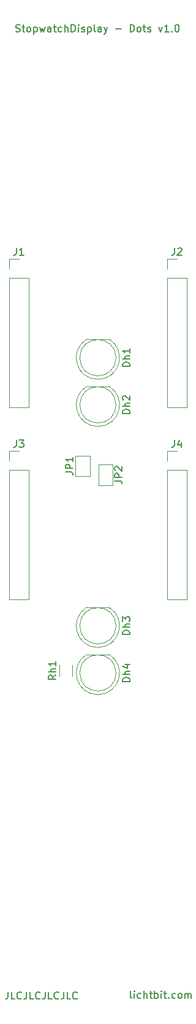
<source format=gbr>
%TF.GenerationSoftware,KiCad,Pcbnew,5.1.7-a382d34a8~87~ubuntu20.04.1*%
%TF.CreationDate,2020-10-21T10:00:52+02:00*%
%TF.ProjectId,7segment_part,37736567-6d65-46e7-945f-706172742e6b,rev?*%
%TF.SameCoordinates,Original*%
%TF.FileFunction,Legend,Top*%
%TF.FilePolarity,Positive*%
%FSLAX46Y46*%
G04 Gerber Fmt 4.6, Leading zero omitted, Abs format (unit mm)*
G04 Created by KiCad (PCBNEW 5.1.7-a382d34a8~87~ubuntu20.04.1) date 2020-10-21 10:00:52*
%MOMM*%
%LPD*%
G01*
G04 APERTURE LIST*
%ADD10C,0.150000*%
%ADD11C,0.120000*%
G04 APERTURE END LIST*
D10*
X158068785Y-26249261D02*
X158211642Y-26296880D01*
X158449738Y-26296880D01*
X158544976Y-26249261D01*
X158592595Y-26201642D01*
X158640214Y-26106404D01*
X158640214Y-26011166D01*
X158592595Y-25915928D01*
X158544976Y-25868309D01*
X158449738Y-25820690D01*
X158259261Y-25773071D01*
X158164023Y-25725452D01*
X158116404Y-25677833D01*
X158068785Y-25582595D01*
X158068785Y-25487357D01*
X158116404Y-25392119D01*
X158164023Y-25344500D01*
X158259261Y-25296880D01*
X158497357Y-25296880D01*
X158640214Y-25344500D01*
X158925928Y-25630214D02*
X159306880Y-25630214D01*
X159068785Y-25296880D02*
X159068785Y-26154023D01*
X159116404Y-26249261D01*
X159211642Y-26296880D01*
X159306880Y-26296880D01*
X159783071Y-26296880D02*
X159687833Y-26249261D01*
X159640214Y-26201642D01*
X159592595Y-26106404D01*
X159592595Y-25820690D01*
X159640214Y-25725452D01*
X159687833Y-25677833D01*
X159783071Y-25630214D01*
X159925928Y-25630214D01*
X160021166Y-25677833D01*
X160068785Y-25725452D01*
X160116404Y-25820690D01*
X160116404Y-26106404D01*
X160068785Y-26201642D01*
X160021166Y-26249261D01*
X159925928Y-26296880D01*
X159783071Y-26296880D01*
X160544976Y-25630214D02*
X160544976Y-26630214D01*
X160544976Y-25677833D02*
X160640214Y-25630214D01*
X160830690Y-25630214D01*
X160925928Y-25677833D01*
X160973547Y-25725452D01*
X161021166Y-25820690D01*
X161021166Y-26106404D01*
X160973547Y-26201642D01*
X160925928Y-26249261D01*
X160830690Y-26296880D01*
X160640214Y-26296880D01*
X160544976Y-26249261D01*
X161354500Y-25630214D02*
X161544976Y-26296880D01*
X161735452Y-25820690D01*
X161925928Y-26296880D01*
X162116404Y-25630214D01*
X162925928Y-26296880D02*
X162925928Y-25773071D01*
X162878309Y-25677833D01*
X162783071Y-25630214D01*
X162592595Y-25630214D01*
X162497357Y-25677833D01*
X162925928Y-26249261D02*
X162830690Y-26296880D01*
X162592595Y-26296880D01*
X162497357Y-26249261D01*
X162449738Y-26154023D01*
X162449738Y-26058785D01*
X162497357Y-25963547D01*
X162592595Y-25915928D01*
X162830690Y-25915928D01*
X162925928Y-25868309D01*
X163259261Y-25630214D02*
X163640214Y-25630214D01*
X163402119Y-25296880D02*
X163402119Y-26154023D01*
X163449738Y-26249261D01*
X163544976Y-26296880D01*
X163640214Y-26296880D01*
X164402119Y-26249261D02*
X164306880Y-26296880D01*
X164116404Y-26296880D01*
X164021166Y-26249261D01*
X163973547Y-26201642D01*
X163925928Y-26106404D01*
X163925928Y-25820690D01*
X163973547Y-25725452D01*
X164021166Y-25677833D01*
X164116404Y-25630214D01*
X164306880Y-25630214D01*
X164402119Y-25677833D01*
X164830690Y-26296880D02*
X164830690Y-25296880D01*
X165259261Y-26296880D02*
X165259261Y-25773071D01*
X165211642Y-25677833D01*
X165116404Y-25630214D01*
X164973547Y-25630214D01*
X164878309Y-25677833D01*
X164830690Y-25725452D01*
X165735452Y-26296880D02*
X165735452Y-25296880D01*
X165973547Y-25296880D01*
X166116404Y-25344500D01*
X166211642Y-25439738D01*
X166259261Y-25534976D01*
X166306880Y-25725452D01*
X166306880Y-25868309D01*
X166259261Y-26058785D01*
X166211642Y-26154023D01*
X166116404Y-26249261D01*
X165973547Y-26296880D01*
X165735452Y-26296880D01*
X166735452Y-26296880D02*
X166735452Y-25630214D01*
X166735452Y-25296880D02*
X166687833Y-25344500D01*
X166735452Y-25392119D01*
X166783071Y-25344500D01*
X166735452Y-25296880D01*
X166735452Y-25392119D01*
X167164023Y-26249261D02*
X167259261Y-26296880D01*
X167449738Y-26296880D01*
X167544976Y-26249261D01*
X167592595Y-26154023D01*
X167592595Y-26106404D01*
X167544976Y-26011166D01*
X167449738Y-25963547D01*
X167306880Y-25963547D01*
X167211642Y-25915928D01*
X167164023Y-25820690D01*
X167164023Y-25773071D01*
X167211642Y-25677833D01*
X167306880Y-25630214D01*
X167449738Y-25630214D01*
X167544976Y-25677833D01*
X168021166Y-25630214D02*
X168021166Y-26630214D01*
X168021166Y-25677833D02*
X168116404Y-25630214D01*
X168306880Y-25630214D01*
X168402119Y-25677833D01*
X168449738Y-25725452D01*
X168497357Y-25820690D01*
X168497357Y-26106404D01*
X168449738Y-26201642D01*
X168402119Y-26249261D01*
X168306880Y-26296880D01*
X168116404Y-26296880D01*
X168021166Y-26249261D01*
X169068785Y-26296880D02*
X168973547Y-26249261D01*
X168925928Y-26154023D01*
X168925928Y-25296880D01*
X169878309Y-26296880D02*
X169878309Y-25773071D01*
X169830690Y-25677833D01*
X169735452Y-25630214D01*
X169544976Y-25630214D01*
X169449738Y-25677833D01*
X169878309Y-26249261D02*
X169783071Y-26296880D01*
X169544976Y-26296880D01*
X169449738Y-26249261D01*
X169402119Y-26154023D01*
X169402119Y-26058785D01*
X169449738Y-25963547D01*
X169544976Y-25915928D01*
X169783071Y-25915928D01*
X169878309Y-25868309D01*
X170259261Y-25630214D02*
X170497357Y-26296880D01*
X170735452Y-25630214D02*
X170497357Y-26296880D01*
X170402119Y-26534976D01*
X170354500Y-26582595D01*
X170259261Y-26630214D01*
X171878309Y-25915928D02*
X172640214Y-25915928D01*
X173878309Y-26296880D02*
X173878309Y-25296880D01*
X174116404Y-25296880D01*
X174259261Y-25344500D01*
X174354500Y-25439738D01*
X174402119Y-25534976D01*
X174449738Y-25725452D01*
X174449738Y-25868309D01*
X174402119Y-26058785D01*
X174354500Y-26154023D01*
X174259261Y-26249261D01*
X174116404Y-26296880D01*
X173878309Y-26296880D01*
X175021166Y-26296880D02*
X174925928Y-26249261D01*
X174878309Y-26201642D01*
X174830690Y-26106404D01*
X174830690Y-25820690D01*
X174878309Y-25725452D01*
X174925928Y-25677833D01*
X175021166Y-25630214D01*
X175164023Y-25630214D01*
X175259261Y-25677833D01*
X175306880Y-25725452D01*
X175354500Y-25820690D01*
X175354500Y-26106404D01*
X175306880Y-26201642D01*
X175259261Y-26249261D01*
X175164023Y-26296880D01*
X175021166Y-26296880D01*
X175640214Y-25630214D02*
X176021166Y-25630214D01*
X175783071Y-25296880D02*
X175783071Y-26154023D01*
X175830690Y-26249261D01*
X175925928Y-26296880D01*
X176021166Y-26296880D01*
X176306880Y-26249261D02*
X176402119Y-26296880D01*
X176592595Y-26296880D01*
X176687833Y-26249261D01*
X176735452Y-26154023D01*
X176735452Y-26106404D01*
X176687833Y-26011166D01*
X176592595Y-25963547D01*
X176449738Y-25963547D01*
X176354500Y-25915928D01*
X176306880Y-25820690D01*
X176306880Y-25773071D01*
X176354500Y-25677833D01*
X176449738Y-25630214D01*
X176592595Y-25630214D01*
X176687833Y-25677833D01*
X177830690Y-25630214D02*
X178068785Y-26296880D01*
X178306880Y-25630214D01*
X179211642Y-26296880D02*
X178640214Y-26296880D01*
X178925928Y-26296880D02*
X178925928Y-25296880D01*
X178830690Y-25439738D01*
X178735452Y-25534976D01*
X178640214Y-25582595D01*
X179640214Y-26201642D02*
X179687833Y-26249261D01*
X179640214Y-26296880D01*
X179592595Y-26249261D01*
X179640214Y-26201642D01*
X179640214Y-26296880D01*
X180306880Y-25296880D02*
X180402119Y-25296880D01*
X180497357Y-25344500D01*
X180544976Y-25392119D01*
X180592595Y-25487357D01*
X180640214Y-25677833D01*
X180640214Y-25915928D01*
X180592595Y-26106404D01*
X180544976Y-26201642D01*
X180497357Y-26249261D01*
X180402119Y-26296880D01*
X180306880Y-26296880D01*
X180211642Y-26249261D01*
X180164023Y-26201642D01*
X180116404Y-26106404D01*
X180068785Y-25915928D01*
X180068785Y-25677833D01*
X180116404Y-25487357D01*
X180164023Y-25392119D01*
X180211642Y-25344500D01*
X180306880Y-25296880D01*
X174069880Y-159646880D02*
X173974642Y-159599261D01*
X173927023Y-159504023D01*
X173927023Y-158646880D01*
X174450833Y-159646880D02*
X174450833Y-158980214D01*
X174450833Y-158646880D02*
X174403214Y-158694500D01*
X174450833Y-158742119D01*
X174498452Y-158694500D01*
X174450833Y-158646880D01*
X174450833Y-158742119D01*
X175355595Y-159599261D02*
X175260357Y-159646880D01*
X175069880Y-159646880D01*
X174974642Y-159599261D01*
X174927023Y-159551642D01*
X174879404Y-159456404D01*
X174879404Y-159170690D01*
X174927023Y-159075452D01*
X174974642Y-159027833D01*
X175069880Y-158980214D01*
X175260357Y-158980214D01*
X175355595Y-159027833D01*
X175784166Y-159646880D02*
X175784166Y-158646880D01*
X176212738Y-159646880D02*
X176212738Y-159123071D01*
X176165119Y-159027833D01*
X176069880Y-158980214D01*
X175927023Y-158980214D01*
X175831785Y-159027833D01*
X175784166Y-159075452D01*
X176546071Y-158980214D02*
X176927023Y-158980214D01*
X176688928Y-158646880D02*
X176688928Y-159504023D01*
X176736547Y-159599261D01*
X176831785Y-159646880D01*
X176927023Y-159646880D01*
X177260357Y-159646880D02*
X177260357Y-158646880D01*
X177260357Y-159027833D02*
X177355595Y-158980214D01*
X177546071Y-158980214D01*
X177641309Y-159027833D01*
X177688928Y-159075452D01*
X177736547Y-159170690D01*
X177736547Y-159456404D01*
X177688928Y-159551642D01*
X177641309Y-159599261D01*
X177546071Y-159646880D01*
X177355595Y-159646880D01*
X177260357Y-159599261D01*
X178165119Y-159646880D02*
X178165119Y-158980214D01*
X178165119Y-158646880D02*
X178117500Y-158694500D01*
X178165119Y-158742119D01*
X178212738Y-158694500D01*
X178165119Y-158646880D01*
X178165119Y-158742119D01*
X178498452Y-158980214D02*
X178879404Y-158980214D01*
X178641309Y-158646880D02*
X178641309Y-159504023D01*
X178688928Y-159599261D01*
X178784166Y-159646880D01*
X178879404Y-159646880D01*
X179212738Y-159551642D02*
X179260357Y-159599261D01*
X179212738Y-159646880D01*
X179165119Y-159599261D01*
X179212738Y-159551642D01*
X179212738Y-159646880D01*
X180117500Y-159599261D02*
X180022261Y-159646880D01*
X179831785Y-159646880D01*
X179736547Y-159599261D01*
X179688928Y-159551642D01*
X179641309Y-159456404D01*
X179641309Y-159170690D01*
X179688928Y-159075452D01*
X179736547Y-159027833D01*
X179831785Y-158980214D01*
X180022261Y-158980214D01*
X180117500Y-159027833D01*
X180688928Y-159646880D02*
X180593690Y-159599261D01*
X180546071Y-159551642D01*
X180498452Y-159456404D01*
X180498452Y-159170690D01*
X180546071Y-159075452D01*
X180593690Y-159027833D01*
X180688928Y-158980214D01*
X180831785Y-158980214D01*
X180927023Y-159027833D01*
X180974642Y-159075452D01*
X181022261Y-159170690D01*
X181022261Y-159456404D01*
X180974642Y-159551642D01*
X180927023Y-159599261D01*
X180831785Y-159646880D01*
X180688928Y-159646880D01*
X181450833Y-159646880D02*
X181450833Y-158980214D01*
X181450833Y-159075452D02*
X181498452Y-159027833D01*
X181593690Y-158980214D01*
X181736547Y-158980214D01*
X181831785Y-159027833D01*
X181879404Y-159123071D01*
X181879404Y-159646880D01*
X181879404Y-159123071D02*
X181927023Y-159027833D01*
X182022261Y-158980214D01*
X182165119Y-158980214D01*
X182260357Y-159027833D01*
X182307976Y-159123071D01*
X182307976Y-159646880D01*
X156988452Y-158773880D02*
X156988452Y-159488166D01*
X156940833Y-159631023D01*
X156845595Y-159726261D01*
X156702738Y-159773880D01*
X156607500Y-159773880D01*
X157940833Y-159773880D02*
X157464642Y-159773880D01*
X157464642Y-158773880D01*
X158845595Y-159678642D02*
X158797976Y-159726261D01*
X158655119Y-159773880D01*
X158559880Y-159773880D01*
X158417023Y-159726261D01*
X158321785Y-159631023D01*
X158274166Y-159535785D01*
X158226547Y-159345309D01*
X158226547Y-159202452D01*
X158274166Y-159011976D01*
X158321785Y-158916738D01*
X158417023Y-158821500D01*
X158559880Y-158773880D01*
X158655119Y-158773880D01*
X158797976Y-158821500D01*
X158845595Y-158869119D01*
X159559880Y-158773880D02*
X159559880Y-159488166D01*
X159512261Y-159631023D01*
X159417023Y-159726261D01*
X159274166Y-159773880D01*
X159178928Y-159773880D01*
X160512261Y-159773880D02*
X160036071Y-159773880D01*
X160036071Y-158773880D01*
X161417023Y-159678642D02*
X161369404Y-159726261D01*
X161226547Y-159773880D01*
X161131309Y-159773880D01*
X160988452Y-159726261D01*
X160893214Y-159631023D01*
X160845595Y-159535785D01*
X160797976Y-159345309D01*
X160797976Y-159202452D01*
X160845595Y-159011976D01*
X160893214Y-158916738D01*
X160988452Y-158821500D01*
X161131309Y-158773880D01*
X161226547Y-158773880D01*
X161369404Y-158821500D01*
X161417023Y-158869119D01*
X162131309Y-158773880D02*
X162131309Y-159488166D01*
X162083690Y-159631023D01*
X161988452Y-159726261D01*
X161845595Y-159773880D01*
X161750357Y-159773880D01*
X163083690Y-159773880D02*
X162607500Y-159773880D01*
X162607500Y-158773880D01*
X163988452Y-159678642D02*
X163940833Y-159726261D01*
X163797976Y-159773880D01*
X163702738Y-159773880D01*
X163559880Y-159726261D01*
X163464642Y-159631023D01*
X163417023Y-159535785D01*
X163369404Y-159345309D01*
X163369404Y-159202452D01*
X163417023Y-159011976D01*
X163464642Y-158916738D01*
X163559880Y-158821500D01*
X163702738Y-158773880D01*
X163797976Y-158773880D01*
X163940833Y-158821500D01*
X163988452Y-158869119D01*
X164702738Y-158773880D02*
X164702738Y-159488166D01*
X164655119Y-159631023D01*
X164559880Y-159726261D01*
X164417023Y-159773880D01*
X164321785Y-159773880D01*
X165655119Y-159773880D02*
X165178928Y-159773880D01*
X165178928Y-158773880D01*
X166559880Y-159678642D02*
X166512261Y-159726261D01*
X166369404Y-159773880D01*
X166274166Y-159773880D01*
X166131309Y-159726261D01*
X166036071Y-159631023D01*
X165988452Y-159535785D01*
X165940833Y-159345309D01*
X165940833Y-159202452D01*
X165988452Y-159011976D01*
X166036071Y-158916738D01*
X166131309Y-158821500D01*
X166274166Y-158773880D01*
X166369404Y-158773880D01*
X166512261Y-158821500D01*
X166559880Y-158869119D01*
D11*
%TO.C,Dh2*%
X170963000Y-75210000D02*
X167873000Y-75210000D01*
X171918000Y-77770000D02*
G75*
G03*
X171918000Y-77770000I-2500000J0D01*
G01*
X169418462Y-80760000D02*
G75*
G02*
X167873170Y-75210000I-462J2990000D01*
G01*
X169417538Y-80760000D02*
G75*
G03*
X170962830Y-75210000I462J2990000D01*
G01*
%TO.C,Rh1*%
X164063000Y-115180064D02*
X164063000Y-113725936D01*
X165883000Y-115180064D02*
X165883000Y-113725936D01*
%TO.C,JP2*%
X169497500Y-86039500D02*
X171497500Y-86039500D01*
X169497500Y-88839500D02*
X169497500Y-86039500D01*
X171497500Y-88839500D02*
X169497500Y-88839500D01*
X171497500Y-86039500D02*
X171497500Y-88839500D01*
%TO.C,JP1*%
X168322500Y-87584500D02*
X166322500Y-87584500D01*
X168322500Y-84784500D02*
X168322500Y-87584500D01*
X166322500Y-84784500D02*
X168322500Y-84784500D01*
X166322500Y-87584500D02*
X166322500Y-84784500D01*
%TO.C,J4*%
X179010000Y-104610000D02*
X181670000Y-104610000D01*
X179010000Y-86770000D02*
X179010000Y-104610000D01*
X181670000Y-86770000D02*
X181670000Y-104610000D01*
X179010000Y-86770000D02*
X181670000Y-86770000D01*
X179010000Y-85500000D02*
X179010000Y-84170000D01*
X179010000Y-84170000D02*
X180340000Y-84170000D01*
%TO.C,J2*%
X179010000Y-57670000D02*
X180340000Y-57670000D01*
X179010000Y-59000000D02*
X179010000Y-57670000D01*
X179010000Y-60270000D02*
X181670000Y-60270000D01*
X181670000Y-60270000D02*
X181670000Y-78110000D01*
X179010000Y-60270000D02*
X179010000Y-78110000D01*
X179010000Y-78110000D02*
X181670000Y-78110000D01*
%TO.C,Dh4*%
X170963000Y-112210000D02*
X167873000Y-112210000D01*
X171918000Y-114770000D02*
G75*
G03*
X171918000Y-114770000I-2500000J0D01*
G01*
X169418462Y-117760000D02*
G75*
G02*
X167873170Y-112210000I-462J2990000D01*
G01*
X169417538Y-117760000D02*
G75*
G03*
X170962830Y-112210000I462J2990000D01*
G01*
%TO.C,Dh3*%
X170963000Y-105710000D02*
X167873000Y-105710000D01*
X171918000Y-108270000D02*
G75*
G03*
X171918000Y-108270000I-2500000J0D01*
G01*
X169418462Y-111260000D02*
G75*
G02*
X167873170Y-105710000I-462J2990000D01*
G01*
X169417538Y-111260000D02*
G75*
G03*
X170962830Y-105710000I462J2990000D01*
G01*
%TO.C,Dh1*%
X170963000Y-68710000D02*
X167873000Y-68710000D01*
X171918000Y-71270000D02*
G75*
G03*
X171918000Y-71270000I-2500000J0D01*
G01*
X169418462Y-74260000D02*
G75*
G02*
X167873170Y-68710000I-462J2990000D01*
G01*
X169417538Y-74260000D02*
G75*
G03*
X170962830Y-68710000I462J2990000D01*
G01*
%TO.C,J3*%
X157166000Y-84170000D02*
X158496000Y-84170000D01*
X157166000Y-85500000D02*
X157166000Y-84170000D01*
X157166000Y-86770000D02*
X159826000Y-86770000D01*
X159826000Y-86770000D02*
X159826000Y-104610000D01*
X157166000Y-86770000D02*
X157166000Y-104610000D01*
X157166000Y-104610000D02*
X159826000Y-104610000D01*
%TO.C,J1*%
X157166000Y-57670000D02*
X158496000Y-57670000D01*
X157166000Y-59000000D02*
X157166000Y-57670000D01*
X157166000Y-60270000D02*
X159826000Y-60270000D01*
X159826000Y-60270000D02*
X159826000Y-78110000D01*
X157166000Y-60270000D02*
X157166000Y-78110000D01*
X157166000Y-78110000D02*
X159826000Y-78110000D01*
%TO.C,Dh2*%
D10*
X173830380Y-78960476D02*
X172830380Y-78960476D01*
X172830380Y-78722380D01*
X172878000Y-78579523D01*
X172973238Y-78484285D01*
X173068476Y-78436666D01*
X173258952Y-78389047D01*
X173401809Y-78389047D01*
X173592285Y-78436666D01*
X173687523Y-78484285D01*
X173782761Y-78579523D01*
X173830380Y-78722380D01*
X173830380Y-78960476D01*
X173830380Y-77960476D02*
X172830380Y-77960476D01*
X173830380Y-77531904D02*
X173306571Y-77531904D01*
X173211333Y-77579523D01*
X173163714Y-77674761D01*
X173163714Y-77817619D01*
X173211333Y-77912857D01*
X173258952Y-77960476D01*
X172925619Y-77103333D02*
X172878000Y-77055714D01*
X172830380Y-76960476D01*
X172830380Y-76722380D01*
X172878000Y-76627142D01*
X172925619Y-76579523D01*
X173020857Y-76531904D01*
X173116095Y-76531904D01*
X173258952Y-76579523D01*
X173830380Y-77150952D01*
X173830380Y-76531904D01*
%TO.C,Rh1*%
X163605380Y-115072047D02*
X163129190Y-115405380D01*
X163605380Y-115643476D02*
X162605380Y-115643476D01*
X162605380Y-115262523D01*
X162653000Y-115167285D01*
X162700619Y-115119666D01*
X162795857Y-115072047D01*
X162938714Y-115072047D01*
X163033952Y-115119666D01*
X163081571Y-115167285D01*
X163129190Y-115262523D01*
X163129190Y-115643476D01*
X163605380Y-114643476D02*
X162605380Y-114643476D01*
X163605380Y-114214904D02*
X163081571Y-114214904D01*
X162986333Y-114262523D01*
X162938714Y-114357761D01*
X162938714Y-114500619D01*
X162986333Y-114595857D01*
X163033952Y-114643476D01*
X163605380Y-113214904D02*
X163605380Y-113786333D01*
X163605380Y-113500619D02*
X162605380Y-113500619D01*
X162748238Y-113595857D01*
X162843476Y-113691095D01*
X162891095Y-113786333D01*
%TO.C,JP2*%
X171749880Y-88272833D02*
X172464166Y-88272833D01*
X172607023Y-88320452D01*
X172702261Y-88415690D01*
X172749880Y-88558547D01*
X172749880Y-88653785D01*
X172749880Y-87796642D02*
X171749880Y-87796642D01*
X171749880Y-87415690D01*
X171797500Y-87320452D01*
X171845119Y-87272833D01*
X171940357Y-87225214D01*
X172083214Y-87225214D01*
X172178452Y-87272833D01*
X172226071Y-87320452D01*
X172273690Y-87415690D01*
X172273690Y-87796642D01*
X171845119Y-86844261D02*
X171797500Y-86796642D01*
X171749880Y-86701404D01*
X171749880Y-86463309D01*
X171797500Y-86368071D01*
X171845119Y-86320452D01*
X171940357Y-86272833D01*
X172035595Y-86272833D01*
X172178452Y-86320452D01*
X172749880Y-86891880D01*
X172749880Y-86272833D01*
%TO.C,JP1*%
X164974880Y-87017833D02*
X165689166Y-87017833D01*
X165832023Y-87065452D01*
X165927261Y-87160690D01*
X165974880Y-87303547D01*
X165974880Y-87398785D01*
X165974880Y-86541642D02*
X164974880Y-86541642D01*
X164974880Y-86160690D01*
X165022500Y-86065452D01*
X165070119Y-86017833D01*
X165165357Y-85970214D01*
X165308214Y-85970214D01*
X165403452Y-86017833D01*
X165451071Y-86065452D01*
X165498690Y-86160690D01*
X165498690Y-86541642D01*
X165974880Y-85017833D02*
X165974880Y-85589261D01*
X165974880Y-85303547D02*
X164974880Y-85303547D01*
X165117738Y-85398785D01*
X165212976Y-85494023D01*
X165260595Y-85589261D01*
%TO.C,J4*%
X180006666Y-82622380D02*
X180006666Y-83336666D01*
X179959047Y-83479523D01*
X179863809Y-83574761D01*
X179720952Y-83622380D01*
X179625714Y-83622380D01*
X180911428Y-82955714D02*
X180911428Y-83622380D01*
X180673333Y-82574761D02*
X180435238Y-83289047D01*
X181054285Y-83289047D01*
%TO.C,J2*%
X180006666Y-56122380D02*
X180006666Y-56836666D01*
X179959047Y-56979523D01*
X179863809Y-57074761D01*
X179720952Y-57122380D01*
X179625714Y-57122380D01*
X180435238Y-56217619D02*
X180482857Y-56170000D01*
X180578095Y-56122380D01*
X180816190Y-56122380D01*
X180911428Y-56170000D01*
X180959047Y-56217619D01*
X181006666Y-56312857D01*
X181006666Y-56408095D01*
X180959047Y-56550952D01*
X180387619Y-57122380D01*
X181006666Y-57122380D01*
%TO.C,Dh4*%
X173830380Y-115960476D02*
X172830380Y-115960476D01*
X172830380Y-115722380D01*
X172878000Y-115579523D01*
X172973238Y-115484285D01*
X173068476Y-115436666D01*
X173258952Y-115389047D01*
X173401809Y-115389047D01*
X173592285Y-115436666D01*
X173687523Y-115484285D01*
X173782761Y-115579523D01*
X173830380Y-115722380D01*
X173830380Y-115960476D01*
X173830380Y-114960476D02*
X172830380Y-114960476D01*
X173830380Y-114531904D02*
X173306571Y-114531904D01*
X173211333Y-114579523D01*
X173163714Y-114674761D01*
X173163714Y-114817619D01*
X173211333Y-114912857D01*
X173258952Y-114960476D01*
X173163714Y-113627142D02*
X173830380Y-113627142D01*
X172782761Y-113865238D02*
X173497047Y-114103333D01*
X173497047Y-113484285D01*
%TO.C,Dh3*%
X173830380Y-109460476D02*
X172830380Y-109460476D01*
X172830380Y-109222380D01*
X172878000Y-109079523D01*
X172973238Y-108984285D01*
X173068476Y-108936666D01*
X173258952Y-108889047D01*
X173401809Y-108889047D01*
X173592285Y-108936666D01*
X173687523Y-108984285D01*
X173782761Y-109079523D01*
X173830380Y-109222380D01*
X173830380Y-109460476D01*
X173830380Y-108460476D02*
X172830380Y-108460476D01*
X173830380Y-108031904D02*
X173306571Y-108031904D01*
X173211333Y-108079523D01*
X173163714Y-108174761D01*
X173163714Y-108317619D01*
X173211333Y-108412857D01*
X173258952Y-108460476D01*
X172830380Y-107650952D02*
X172830380Y-107031904D01*
X173211333Y-107365238D01*
X173211333Y-107222380D01*
X173258952Y-107127142D01*
X173306571Y-107079523D01*
X173401809Y-107031904D01*
X173639904Y-107031904D01*
X173735142Y-107079523D01*
X173782761Y-107127142D01*
X173830380Y-107222380D01*
X173830380Y-107508095D01*
X173782761Y-107603333D01*
X173735142Y-107650952D01*
%TO.C,Dh1*%
X173830380Y-72460476D02*
X172830380Y-72460476D01*
X172830380Y-72222380D01*
X172878000Y-72079523D01*
X172973238Y-71984285D01*
X173068476Y-71936666D01*
X173258952Y-71889047D01*
X173401809Y-71889047D01*
X173592285Y-71936666D01*
X173687523Y-71984285D01*
X173782761Y-72079523D01*
X173830380Y-72222380D01*
X173830380Y-72460476D01*
X173830380Y-71460476D02*
X172830380Y-71460476D01*
X173830380Y-71031904D02*
X173306571Y-71031904D01*
X173211333Y-71079523D01*
X173163714Y-71174761D01*
X173163714Y-71317619D01*
X173211333Y-71412857D01*
X173258952Y-71460476D01*
X173830380Y-70031904D02*
X173830380Y-70603333D01*
X173830380Y-70317619D02*
X172830380Y-70317619D01*
X172973238Y-70412857D01*
X173068476Y-70508095D01*
X173116095Y-70603333D01*
%TO.C,J3*%
X158162666Y-82622380D02*
X158162666Y-83336666D01*
X158115047Y-83479523D01*
X158019809Y-83574761D01*
X157876952Y-83622380D01*
X157781714Y-83622380D01*
X158543619Y-82622380D02*
X159162666Y-82622380D01*
X158829333Y-83003333D01*
X158972190Y-83003333D01*
X159067428Y-83050952D01*
X159115047Y-83098571D01*
X159162666Y-83193809D01*
X159162666Y-83431904D01*
X159115047Y-83527142D01*
X159067428Y-83574761D01*
X158972190Y-83622380D01*
X158686476Y-83622380D01*
X158591238Y-83574761D01*
X158543619Y-83527142D01*
%TO.C,J1*%
X158162666Y-56122380D02*
X158162666Y-56836666D01*
X158115047Y-56979523D01*
X158019809Y-57074761D01*
X157876952Y-57122380D01*
X157781714Y-57122380D01*
X159162666Y-57122380D02*
X158591238Y-57122380D01*
X158876952Y-57122380D02*
X158876952Y-56122380D01*
X158781714Y-56265238D01*
X158686476Y-56360476D01*
X158591238Y-56408095D01*
%TD*%
M02*

</source>
